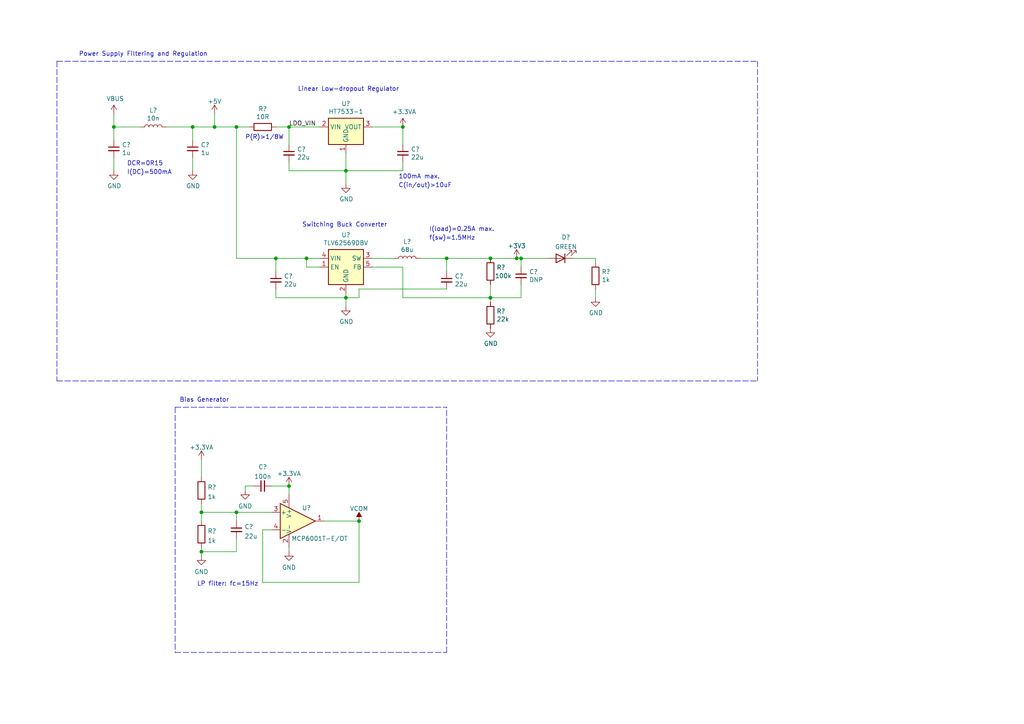
<source format=kicad_sch>
(kicad_sch (version 20211123) (generator eeschema)
  (paper "A4")
  (lib_symbols
    (symbol "Amplifier_Operational:MCP6001-OT" (pin_names (offset 0.127))
      (property "Reference" "U" (at -1.27 6.35 0))
      (property "Value" "MCP6001-OT" (at -1.27 3.81 0))
      (symbol "MCP6001-OT_0_1"
        (polyline (pts (xy -5.08 5.08) (xy 5.08 0) (xy -5.08 -5.08) (xy -5.08 5.08)) (stroke (width 0.254)) (fill (type background)))
        (pin power_in line (at -2.54 -7.62 90) (length 3.81) (name "V-") (number "2"))
        (pin power_in line (at -2.54 7.62 270) (length 3.81) (name "V+") (number "5"))
      )
      (symbol "MCP6001-OT_1_1"
        (pin output line (at 7.62 0 180) (length 2.54) (name "~") (number "1"))
        (pin input line (at -7.62 2.54 0) (length 2.54) (name "+") (number "3"))
        (pin input line (at -7.62 -2.54 0) (length 2.54) (name "-") (number "4"))
      )
    )
    (symbol "Device:C_Small" (pin_numbers hide) (pin_names (offset 0.254) hide)
      (property "Reference" "C" (at 0.254 1.778 0))
      (property "Value" "C_Small" (at 0.254 -2.032 0))
      (symbol "C_Small_0_1"
        (polyline (pts (xy -1.524 -0.508) (xy 1.524 -0.508)) (stroke (width 0.3302)))
        (polyline (pts (xy -1.524 0.508) (xy 1.524 0.508)) (stroke (width 0.3048)))
      )
      (symbol "C_Small_1_1"
        (pin passive line (at 0 2.54 270) (length 2.032) (name "~") (number "1"))
        (pin passive line (at 0 -2.54 90) (length 2.032) (name "~") (number "2"))
      )
    )
    (symbol "Device:L" (pin_numbers hide) (pin_names (offset 1.016) hide)
      (property "Reference" "L" (at -1.27 0 90))
      (property "Value" "L" (at 1.905 0 90))
      (symbol "L_0_1"
        (arc (start 0 -2.54) (mid 0.635 -1.905) (end 0 -1.27))
        (arc (start 0 -1.27) (mid 0.635 -0.635) (end 0 0))
        (arc (start 0 0) (mid 0.635 0.635) (end 0 1.27))
        (arc (start 0 1.27) (mid 0.635 1.905) (end 0 2.54))
      )
      (symbol "L_1_1"
        (pin passive line (at 0 3.81 270) (length 1.27) (name "1") (number "1"))
        (pin passive line (at 0 -3.81 90) (length 1.27) (name "2") (number "2"))
      )
    )
    (symbol "Device:LED" (pin_numbers hide) (pin_names (offset 1.016) hide)
      (property "Reference" "D" (at 0 2.54 0))
      (property "Value" "LED" (at 0 -2.54 0))
      (symbol "LED_0_1"
        (polyline (pts (xy -1.27 -1.27) (xy -1.27 1.27)) (stroke (width 0.254)))
        (polyline (pts (xy -1.27 0) (xy 1.27 0)))
        (polyline (pts (xy 1.27 -1.27) (xy 1.27 1.27) (xy -1.27 0) (xy 1.27 -1.27)) (stroke (width 0.254)))
        (polyline (pts (xy -3.048 -0.762) (xy -4.572 -2.286) (xy -3.81 -2.286) (xy -4.572 -2.286) (xy -4.572 -1.524)))
        (polyline (pts (xy -1.778 -0.762) (xy -3.302 -2.286) (xy -2.54 -2.286) (xy -3.302 -2.286) (xy -3.302 -1.524)))
      )
      (symbol "LED_1_1"
        (pin passive line (at -3.81 0 0) (length 2.54) (name "K") (number "1"))
        (pin passive line (at 3.81 0 180) (length 2.54) (name "A") (number "2"))
      )
    )
    (symbol "Device:R" (pin_numbers hide) (pin_names (offset 0))
      (property "Reference" "R" (at 2.032 0 90))
      (property "Value" "R" (at 0 0 90))
      (symbol "R_0_1"
        (rectangle (start -1.016 -2.54) (end 1.016 2.54) (stroke (width 0.254)))
      )
      (symbol "R_1_1"
        (pin passive line (at 0 3.81 270) (length 1.27) (name "~") (number "1"))
        (pin passive line (at 0 -3.81 90) (length 1.27) (name "~") (number "2"))
      )
    )
    (symbol "Regulator_Linear:HT75xx-1-SOT89"
      (property "Reference" "U" (at -5.08 -3.81 0))
      (property "Value" "HT75xx-1-SOT89" (at 0 6.35 0))
      (symbol "HT75xx-1-SOT89_0_1"
        (rectangle (start -5.08 5.08) (end 5.08 -2.54) (stroke (width 0.254)) (fill (type background)))
      )
      (symbol "HT75xx-1-SOT89_1_1"
        (pin power_in line (at 0 -5.08 90) (length 2.54) (name "GND") (number "1"))
        (pin power_in line (at -7.62 2.54 0) (length 2.54) (name "VIN") (number "2"))
        (pin power_out line (at 7.62 2.54 180) (length 2.54) (name "VOUT") (number "3"))
      )
    )
    (symbol "Regulator_Switching:TLV62569DBV"
      (property "Reference" "U" (at -5.08 6.35 0))
      (property "Value" "TLV62569DBV" (at 0 6.35 0))
      (symbol "TLV62569DBV_0_1"
        (rectangle (start -5.08 5.08) (end 5.08 -5.08) (stroke (width 0.254)) (fill (type background)))
      )
      (symbol "TLV62569DBV_1_1"
        (pin input line (at -7.62 0 0) (length 2.54) (name "EN") (number "1"))
        (pin power_in line (at 0 -7.62 90) (length 2.54) (name "GND") (number "2"))
        (pin power_out line (at 7.62 2.54 180) (length 2.54) (name "SW") (number "3"))
        (pin power_in line (at -7.62 2.54 0) (length 2.54) (name "VIN") (number "4"))
        (pin input line (at 7.62 0 180) (length 2.54) (name "FB") (number "5"))
      )
    )
    (symbol "power:+3.3VA" (power) (pin_names (offset 0))
      (property "Value" "+3.3VA" (at 0 3.556 0))
      (symbol "+3.3VA_0_1"
        (polyline (pts (xy -0.762 1.27) (xy 0 2.54)))
        (polyline (pts (xy 0 0) (xy 0 2.54)))
        (polyline (pts (xy 0 2.54) (xy 0.762 1.27)))
      )
      (symbol "+3.3VA_1_1"
        (pin power_in line (at 0 0 90) (length 0) hide (name "+3.3VA") (number "1"))
      )
    )
    (symbol "power:+3V3" (power) (pin_names (offset 0))
      (property "Value" "+3V3" (at 0 3.556 0))
      (symbol "+3V3_0_1"
        (polyline (pts (xy -0.762 1.27) (xy 0 2.54)))
        (polyline (pts (xy 0 0) (xy 0 2.54)))
        (polyline (pts (xy 0 2.54) (xy 0.762 1.27)))
      )
      (symbol "+3V3_1_1"
        (pin power_in line (at 0 0 90) (length 0) hide (name "+3V3") (number "1"))
      )
    )
    (symbol "power:+5V" (power) (pin_names (offset 0))
      (property "Value" "+5V" (at 0 3.556 0))
      (symbol "+5V_0_1"
        (polyline (pts (xy -0.762 1.27) (xy 0 2.54)))
        (polyline (pts (xy 0 0) (xy 0 2.54)))
        (polyline (pts (xy 0 2.54) (xy 0.762 1.27)))
      )
      (symbol "+5V_1_1"
        (pin power_in line (at 0 0 90) (length 0) hide (name "+5V") (number "1"))
      )
    )
    (symbol "power:GND" (power) (pin_names (offset 0))
      (property "Value" "GND" (at 0 -3.81 0))
      (symbol "GND_0_1"
        (polyline (pts (xy 0 0) (xy 0 -1.27) (xy 1.27 -1.27) (xy 0 -2.54) (xy -1.27 -1.27) (xy 0 -1.27)))
      )
      (symbol "GND_1_1"
        (pin power_in line (at 0 0 270) (length 0) hide (name "GND") (number "1"))
      )
    )
    (symbol "power:VBUS" (power) (pin_names (offset 0))
      (property "Value" "VBUS" (at 0 3.81 0))
      (symbol "VBUS_0_1"
        (polyline (pts (xy -0.762 1.27) (xy 0 2.54)))
        (polyline (pts (xy 0 0) (xy 0 2.54)))
        (polyline (pts (xy 0 2.54) (xy 0.762 1.27)))
      )
      (symbol "VBUS_1_1"
        (pin power_in line (at 0 0 90) (length 0) hide (name "VBUS") (number "1"))
      )
    )
    (symbol "power:VCOM" (power) (pin_names (offset 0))
      (property "Value" "VCOM" (at 0 3.81 0))
      (symbol "VCOM_0_1"
        (polyline (pts (xy 0 0) (xy 0 2.54)))
        (polyline (pts (xy 0.762 1.27) (xy -0.762 1.27) (xy 0 2.54) (xy 0.762 1.27)) (fill (type outline)))
      )
      (symbol "VCOM_1_1"
        (pin power_in line (at 0 0 90) (length 0) hide (name "VCOM") (number "1"))
      )
    )
  )
  (junction (at 104.14 151.13))
  (junction (at 58.42 148.59))
  (junction (at 142.24 74.93))
  (junction (at 62.23 36.83))
  (junction (at 116.84 36.83))
  (junction (at 142.24 86.36))
  (junction (at 100.33 86.36))
  (junction (at 149.86 74.93))
  (junction (at 88.9 74.93))
  (junction (at 33.02 36.83))
  (junction (at 55.88 36.83))
  (junction (at 100.33 49.53))
  (junction (at 80.01 74.93))
  (junction (at 68.58 148.59))
  (junction (at 58.42 160.02))
  (junction (at 83.82 140.97))
  (junction (at 68.58 36.83))
  (junction (at 83.82 36.83))
  (junction (at 129.54 74.93))
  (junction (at 151.13 74.93))
  (polyline (pts (xy 129.54 189.23) (xy 129.54 118.11)))
  (wire (pts (xy 58.42 148.59) (xy 58.42 151.13)))
  (wire (pts (xy 100.33 86.36) (xy 100.33 88.9)))
  (wire (pts (xy 68.58 36.83) (xy 72.39 36.83)))
  (wire (pts (xy 58.42 146.05) (xy 58.42 148.59)))
  (wire (pts (xy 68.58 74.93) (xy 80.01 74.93)))
  (wire (pts (xy 100.33 49.53) (xy 100.33 53.34)))
  (wire (pts (xy 68.58 160.02) (xy 58.42 160.02)))
  (polyline (pts (xy 219.71 17.78) (xy 219.71 110.49)))
  (wire (pts (xy 116.84 86.36) (xy 116.84 77.47)))
  (wire (pts (xy 104.14 86.36) (xy 100.33 86.36)))
  (wire (pts (xy 104.14 83.82) (xy 104.14 86.36)))
  (polyline (pts (xy 50.8 189.23) (xy 129.54 189.23)))
  (wire (pts (xy 71.12 140.97) (xy 73.66 140.97)))
  (wire (pts (xy 68.58 156.21) (xy 68.58 160.02)))
  (wire (pts (xy 88.9 74.93) (xy 88.9 77.47)))
  (wire (pts (xy 121.92 74.93) (xy 129.54 74.93)))
  (wire (pts (xy 33.02 36.83) (xy 40.64 36.83)))
  (polyline (pts (xy 16.51 17.78) (xy 219.71 17.78)))
  (wire (pts (xy 58.42 148.59) (xy 68.58 148.59)))
  (wire (pts (xy 83.82 140.97) (xy 83.82 143.51)))
  (polyline (pts (xy 16.51 17.78) (xy 16.51 110.49)))
  (wire (pts (xy 78.74 140.97) (xy 83.82 140.97)))
  (wire (pts (xy 62.23 36.83) (xy 68.58 36.83)))
  (wire (pts (xy 142.24 82.55) (xy 142.24 86.36)))
  (wire (pts (xy 68.58 148.59) (xy 78.74 148.59)))
  (wire (pts (xy 116.84 46.99) (xy 116.84 49.53)))
  (wire (pts (xy 80.01 36.83) (xy 83.82 36.83)))
  (wire (pts (xy 80.01 83.82) (xy 80.01 86.36)))
  (wire (pts (xy 58.42 158.75) (xy 58.42 160.02)))
  (wire (pts (xy 55.88 45.72) (xy 55.88 49.53)))
  (wire (pts (xy 93.98 151.13) (xy 104.14 151.13)))
  (wire (pts (xy 76.2 153.67) (xy 76.2 168.91)))
  (wire (pts (xy 116.84 36.83) (xy 116.84 41.91)))
  (wire (pts (xy 172.72 74.93) (xy 172.72 76.2)))
  (polyline (pts (xy 16.51 110.49) (xy 219.71 110.49)))
  (wire (pts (xy 80.01 86.36) (xy 100.33 86.36)))
  (wire (pts (xy 83.82 46.99) (xy 83.82 49.53)))
  (wire (pts (xy 58.42 160.02) (xy 58.42 161.29)))
  (wire (pts (xy 100.33 44.45) (xy 100.33 49.53)))
  (wire (pts (xy 151.13 77.47) (xy 151.13 74.93)))
  (wire (pts (xy 129.54 74.93) (xy 142.24 74.93)))
  (wire (pts (xy 142.24 86.36) (xy 151.13 86.36)))
  (wire (pts (xy 68.58 36.83) (xy 68.58 74.93)))
  (wire (pts (xy 83.82 158.75) (xy 83.82 160.02)))
  (wire (pts (xy 33.02 33.02) (xy 33.02 36.83)))
  (wire (pts (xy 68.58 151.13) (xy 68.58 148.59)))
  (wire (pts (xy 142.24 74.93) (xy 149.86 74.93)))
  (wire (pts (xy 172.72 83.82) (xy 172.72 86.36)))
  (wire (pts (xy 88.9 77.47) (xy 92.71 77.47)))
  (wire (pts (xy 107.95 77.47) (xy 116.84 77.47)))
  (wire (pts (xy 107.95 74.93) (xy 114.3 74.93)))
  (wire (pts (xy 55.88 36.83) (xy 62.23 36.83)))
  (wire (pts (xy 100.33 85.09) (xy 100.33 86.36)))
  (wire (pts (xy 129.54 74.93) (xy 129.54 78.74)))
  (wire (pts (xy 33.02 45.72) (xy 33.02 49.53)))
  (wire (pts (xy 48.26 36.83) (xy 55.88 36.83)))
  (wire (pts (xy 88.9 74.93) (xy 92.71 74.93)))
  (wire (pts (xy 33.02 36.83) (xy 33.02 40.64)))
  (wire (pts (xy 83.82 49.53) (xy 100.33 49.53)))
  (wire (pts (xy 78.74 153.67) (xy 76.2 153.67)))
  (wire (pts (xy 142.24 86.36) (xy 142.24 87.63)))
  (wire (pts (xy 166.37 74.93) (xy 172.72 74.93)))
  (wire (pts (xy 55.88 36.83) (xy 55.88 40.64)))
  (wire (pts (xy 142.24 86.36) (xy 116.84 86.36)))
  (wire (pts (xy 83.82 36.83) (xy 83.82 41.91)))
  (wire (pts (xy 129.54 83.82) (xy 104.14 83.82)))
  (wire (pts (xy 76.2 168.91) (xy 104.14 168.91)))
  (wire (pts (xy 151.13 86.36) (xy 151.13 82.55)))
  (wire (pts (xy 151.13 74.93) (xy 149.86 74.93)))
  (wire (pts (xy 58.42 133.35) (xy 58.42 138.43)))
  (wire (pts (xy 71.12 142.24) (xy 71.12 140.97)))
  (wire (pts (xy 151.13 74.93) (xy 158.75 74.93)))
  (wire (pts (xy 80.01 74.93) (xy 88.9 74.93)))
  (polyline (pts (xy 50.8 118.11) (xy 129.54 118.11)))
  (wire (pts (xy 80.01 74.93) (xy 80.01 78.74)))
  (wire (pts (xy 83.82 36.83) (xy 92.71 36.83)))
  (polyline (pts (xy 50.8 118.11) (xy 50.8 189.23)))
  (wire (pts (xy 100.33 49.53) (xy 116.84 49.53)))
  (wire (pts (xy 104.14 168.91) (xy 104.14 151.13)))
  (wire (pts (xy 62.23 33.02) (xy 62.23 36.83)))
  (wire (pts (xy 107.95 36.83) (xy 116.84 36.83)))
  (text "C(in/out)>10uF" (at 115.57 54.61 0) (effects (font (size 1.27 1.27)) (justify left bottom)))
  (text "100mA max." (at 115.57 52.07 0) (effects (font (size 1.27 1.27)) (justify left bottom)))
  (text "Switching Buck Converter" (at 87.63 66.04 0) (effects (font (size 1.27 1.27)) (justify left bottom)))
  (text "f(sw)=1.5MHz" (at 124.46 69.85 0) (effects (font (size 1.27 1.27)) (justify left bottom)))
  (text "DCR=0R15" (at 36.83 48.26 0) (effects (font (size 1.27 1.27)) (justify left bottom)))
  (text "P(R)>1/8W" (at 71.12 40.64 0) (effects (font (size 1.27 1.27)) (justify left bottom)))
  (text "Power Supply Filtering and Regulation" (at 22.86 16.51 0) (effects (font (size 1.27 1.27)) (justify left bottom)))
  (text "LP filter: fc=15Hz" (at 57.15 170.18 0) (effects (font (size 1.27 1.27)) (justify left bottom)))
  (text "I(load)=0.25A max." (at 124.46 67.31 0) (effects (font (size 1.27 1.27)) (justify left bottom)))
  (text "Linear Low-dropout Regulator" (at 86.36 26.67 0) (effects (font (size 1.27 1.27)) (justify left bottom)))
  (text "Bias Generator" (at 52.07 116.84 0) (effects (font (size 1.27 1.27)) (justify left bottom)))
  (text "I(DC)=500mA" (at 36.83 50.8 0) (effects (font (size 1.27 1.27)) (justify left bottom)))
  (label "LDO_VIN" (at 83.82 36.83 0))
  (symbol (lib_id "Regulator_Linear:HT75xx-1-SOT89") (at 100.33 39.37 0) (unit 1)
    (property "Reference" "U?" (at 100.33 30.0482 0))
    (property "Value" "HT7533-1" (at 100.33 32.3596 0))
    (property "Footprint" "Package_TO_SOT_SMD:SOT-89-3" (effects hide))
    (property "Datasheet" "https://www.holtek.com/documents/10179/116711/HT75xx-1v250.pdf" (effects hide))
  )
  (symbol (lib_id "power:VBUS") (at 33.02 33.02 0) (unit 1)
    (property "Reference" "#PWR?" (effects hide))
    (property "Value" "VBUS" (at 33.401 28.6258 0))
  )
  (symbol (lib_id "Device:C_Small") (at 83.82 44.45 0) (unit 1)
    (property "Reference" "C?" (at 86.1568 43.2816 0) (effects (justify left)))
    (property "Value" "22u" (at 86.1568 45.593 0) (effects (justify left)))
  )
  (symbol (lib_id "Device:C_Small") (at 116.84 44.45 0) (unit 1)
    (property "Reference" "C?" (at 119.1768 43.2816 0) (effects (justify left)))
    (property "Value" "22u" (at 119.1768 45.593 0) (effects (justify left)))
  )
  (symbol (lib_id "Device:C_Small") (at 33.02 43.18 0) (unit 1)
    (property "Reference" "C?" (at 35.3568 42.0116 0) (effects (justify left)))
    (property "Value" "1u" (at 35.3568 44.323 0) (effects (justify left)))
  )
  (symbol (lib_id "power:GND") (at 100.33 53.34 0) (unit 1)
    (property "Reference" "#PWR?" (effects hide))
    (property "Value" "GND" (at 100.457 57.7342 0))
  )
  (symbol (lib_id "Device:C_Small") (at 55.88 43.18 0) (unit 1)
    (property "Reference" "C?" (at 58.2168 42.0116 0) (effects (justify left)))
    (property "Value" "1u" (at 58.2168 44.323 0) (effects (justify left)))
  )
  (symbol (lib_id "Device:L") (at 44.45 36.83 90) (unit 1)
    (property "Reference" "L?" (at 44.45 32.004 90))
    (property "Value" "10n" (at 44.45 34.3154 90))
  )
  (symbol (lib_id "Regulator_Switching:TLV62569DBV") (at 100.33 77.47 0) (unit 1)
    (property "Reference" "U?" (at 100.33 68.1482 0))
    (property "Value" "TLV62569DBV" (at 100.33 70.4596 0))
    (property "Footprint" "Package_TO_SOT_SMD:SOT-23-5" (effects hide))
    (property "Datasheet" "http://www.ti.com/lit/ds/symlink/tlv62569.pdf" (effects hide))
  )
  (symbol (lib_id "Device:C_Small") (at 80.01 81.28 0) (unit 1)
    (property "Reference" "C?" (at 82.3468 80.1116 0) (effects (justify left)))
    (property "Value" "22u" (at 82.3468 82.423 0) (effects (justify left)))
  )
  (symbol (lib_id "Device:C_Small") (at 129.54 81.28 0) (unit 1)
    (property "Reference" "C?" (at 131.8768 80.1116 0) (effects (justify left)))
    (property "Value" "22u" (at 131.8768 82.423 0) (effects (justify left)))
  )
  (symbol (lib_id "Device:R") (at 142.24 78.74 0) (unit 1)
    (property "Reference" "R?" (at 144.018 77.5716 0) (effects (justify left)))
    (property "Value" "100k" (at 143.51 80.01 0) (effects (justify left)))
  )
  (symbol (lib_id "Device:R") (at 142.24 91.44 0) (unit 1)
    (property "Reference" "R?" (at 144.018 90.2716 0) (effects (justify left)))
    (property "Value" "22k" (at 144.018 92.583 0) (effects (justify left)))
  )
  (symbol (lib_id "Device:C_Small") (at 151.13 80.01 0) (unit 1)
    (property "Reference" "C?" (at 153.4668 78.8416 0) (effects (justify left)))
    (property "Value" "DNP" (at 153.4668 81.153 0) (effects (justify left)))
  )
  (symbol (lib_id "Device:L") (at 118.11 74.93 90) (unit 1)
    (property "Reference" "L?" (at 118.11 70.104 90))
    (property "Value" "68u" (at 118.11 72.4154 90))
  )
  (symbol (lib_id "power:GND") (at 33.02 49.53 0) (unit 1)
    (property "Reference" "#PWR?" (effects hide))
    (property "Value" "GND" (at 33.147 53.9242 0))
  )
  (symbol (lib_id "power:GND") (at 55.88 49.53 0) (unit 1)
    (property "Reference" "#PWR?" (effects hide))
    (property "Value" "GND" (at 56.007 53.9242 0))
  )
  (symbol (lib_id "power:GND") (at 100.33 88.9 0) (unit 1)
    (property "Reference" "#PWR?" (effects hide))
    (property "Value" "GND" (at 100.457 93.2942 0))
  )
  (symbol (lib_id "power:GND") (at 142.24 95.25 0) (unit 1)
    (property "Reference" "#PWR?" (effects hide))
    (property "Value" "GND" (at 142.367 99.6442 0))
  )
  (symbol (lib_id "Device:R") (at 76.2 36.83 270) (unit 1)
    (property "Reference" "R?" (at 76.2 31.5722 90))
    (property "Value" "10R" (at 76.2 33.8836 90))
  )
  (symbol (lib_id "power:+3.3VA") (at 116.84 36.83 0) (unit 1)
    (property "Reference" "#PWR?" (effects hide))
    (property "Value" "+3.3VA" (at 117.221 32.4358 0))
  )
  (symbol (lib_id "Device:C_Small") (at 68.58 153.67 0) (unit 1)
    (property "Reference" "C?" (at 70.9041 152.7678 0) (effects (justify left)))
    (property "Value" "22u" (at 70.9041 155.5429 0) (effects (justify left)))
  )
  (symbol (lib_id "Device:R") (at 58.42 142.24 0) (unit 1)
    (property "Reference" "R?" (at 60.198 141.3315 0) (effects (justify left)))
    (property "Value" "1k" (at 60.198 144.1066 0) (effects (justify left)))
  )
  (symbol (lib_id "power:VCOM") (at 104.14 151.13 0) (unit 1)
    (property "Reference" "#PWR?" (effects hide))
    (property "Value" "VCOM" (at 104.14 147.5255 0))
  )
  (symbol (lib_id "Device:C_Small") (at 76.2 140.97 90) (unit 1)
    (property "Reference" "C?" (at 76.2063 135.4414 90))
    (property "Value" "100n" (at 76.2063 138.2165 90))
  )
  (symbol (lib_id "power:+3.3VA") (at 83.82 140.97 0) (unit 1)
    (property "Reference" "#PWR?" (effects hide))
    (property "Value" "+3.3VA" (at 83.82 137.3655 0))
  )
  (symbol (lib_id "Device:R") (at 58.42 154.94 0) (unit 1)
    (property "Reference" "R?" (at 60.198 154.0315 0) (effects (justify left)))
    (property "Value" "1k" (at 60.198 156.8066 0) (effects (justify left)))
  )
  (symbol (lib_id "power:+5V") (at 62.23 33.02 0) (unit 1)
    (property "Reference" "#PWR?" (effects hide))
    (property "Value" "+5V" (at 62.23 29.4155 0))
  )
  (symbol (lib_id "power:+3.3VA") (at 58.42 133.35 0) (unit 1)
    (property "Reference" "#PWR?" (effects hide))
    (property "Value" "+3.3VA" (at 58.42 129.7455 0))
  )
  (symbol (lib_id "power:+3V3") (at 149.86 74.93 0) (unit 1)
    (property "Reference" "#PWR?" (effects hide))
    (property "Value" "+3V3" (at 149.86 71.3255 0))
  )
  (symbol (lib_id "power:GND") (at 71.12 142.24 0) (unit 1)
    (property "Reference" "#PWR?" (effects hide))
    (property "Value" "GND" (at 71.12 146.8025 0))
  )
  (symbol (lib_id "power:GND") (at 58.42 161.29 0) (unit 1)
    (property "Reference" "#PWR?" (effects hide))
    (property "Value" "GND" (at 58.42 165.8525 0))
  )
  (symbol (lib_id "power:GND") (at 83.82 160.02 0) (unit 1)
    (property "Reference" "#PWR?" (effects hide))
    (property "Value" "GND" (at 83.82 164.5825 0))
  )
  (symbol (lib_id "Device:LED") (at 162.56 74.93 180) (unit 1)
    (property "Reference" "D?" (at 164.1475 68.8045 0))
    (property "Value" "GREEN" (at 164.1475 71.5796 0))
  )
  (symbol (lib_id "Device:R") (at 172.72 80.01 0) (unit 1)
    (property "Reference" "R?" (at 174.498 78.8416 0) (effects (justify left)))
    (property "Value" "1k" (at 174.498 81.153 0) (effects (justify left)))
  )
  (symbol (lib_id "Amplifier_Operational:MCP6001-OT") (at 86.36 151.13 0) (unit 1)
    (property "Reference" "U?" (at 88.9 147.32 0))
    (property "Value" "MCP6001T-E/OT" (at 92.71 156.21 0))
    (property "Footprint" "Package_TO_SOT_SMD:SOT-23-5" (effects hide))
    (property "Datasheet" "http://ww1.microchip.com/downloads/en/DeviceDoc/21733j.pdf" (effects hide))
  )
  (symbol (lib_id "power:GND") (at 172.72 86.36 0) (unit 1)
    (property "Reference" "#PWR?" (effects hide))
    (property "Value" "GND" (at 172.847 90.7542 0))
  )
)
</source>
